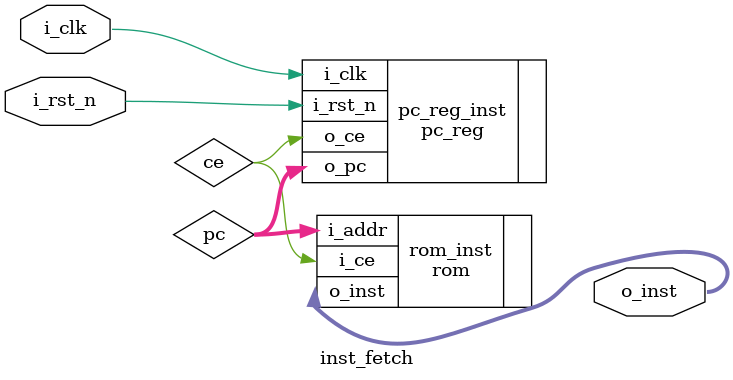
<source format=sv>
/**************************************
@ filename    : inst_fetch.sv
@ author      : yyrwkk
@ create time : 2024/08/09 22:34:52
@ version     : v1.0.0
**************************************/
module inst_fetch #(
    parameter NPC  =  6   ,
    parameter NINST=  32  
)(
    input  logic             i_clk   ,
    input  logic             i_rst_n ,

    output logic [NINST-1:0] o_inst   
);

logic [NPC-1:0] pc  ;
logic           ce  ;

pc_reg # (
    .NPC  (NPC)  
)pc_reg_inst(
    .i_clk   (i_clk  ),
    .i_rst_n (i_rst_n),
    .o_pc    (pc     ),
    .o_ce    (ce     ) 
);

rom # (
    .NPC   (NPC  ),
    .NINST (NINST)
)rom_inst(
    .i_ce    (ce    ),
    .i_addr  (pc  ),
    .o_inst  (o_inst)
);

endmodule
</source>
